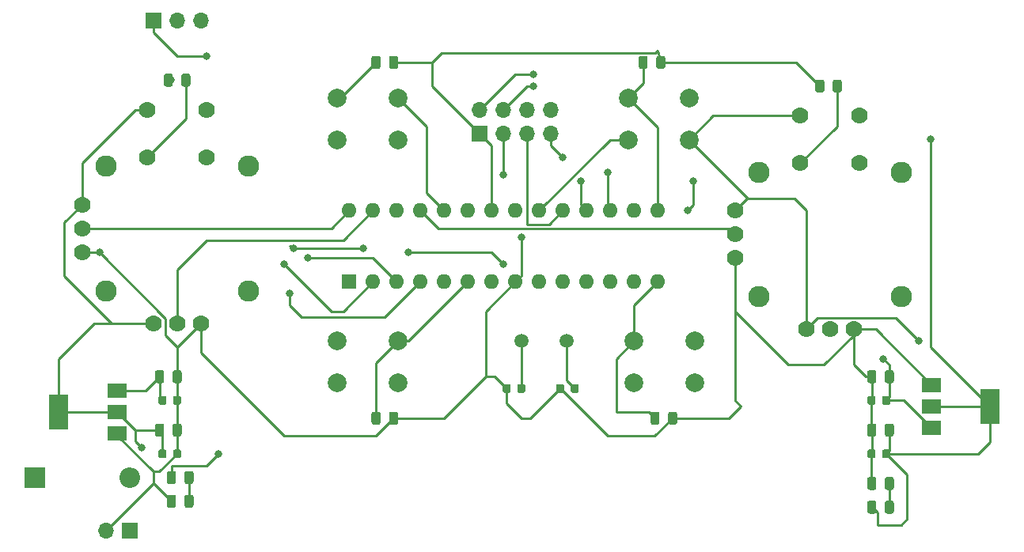
<source format=gtl>
%TF.GenerationSoftware,KiCad,Pcbnew,(5.1.6)-1*%
%TF.CreationDate,2021-01-04T14:37:21+05:30*%
%TF.ProjectId,JoyStick2,4a6f7953-7469-4636-9b32-2e6b69636164,rev?*%
%TF.SameCoordinates,Original*%
%TF.FileFunction,Copper,L1,Top*%
%TF.FilePolarity,Positive*%
%FSLAX46Y46*%
G04 Gerber Fmt 4.6, Leading zero omitted, Abs format (unit mm)*
G04 Created by KiCad (PCBNEW (5.1.6)-1) date 2021-01-04 14:37:21*
%MOMM*%
%LPD*%
G01*
G04 APERTURE LIST*
%TA.AperFunction,ComponentPad*%
%ADD10R,1.700000X1.700000*%
%TD*%
%TA.AperFunction,ComponentPad*%
%ADD11O,1.700000X1.700000*%
%TD*%
%TA.AperFunction,ComponentPad*%
%ADD12R,1.600000X1.600000*%
%TD*%
%TA.AperFunction,ComponentPad*%
%ADD13O,1.600000X1.600000*%
%TD*%
%TA.AperFunction,ComponentPad*%
%ADD14C,1.500000*%
%TD*%
%TA.AperFunction,ComponentPad*%
%ADD15C,1.778000*%
%TD*%
%TA.AperFunction,ComponentPad*%
%ADD16C,2.286000*%
%TD*%
%TA.AperFunction,ComponentPad*%
%ADD17R,2.200000X2.200000*%
%TD*%
%TA.AperFunction,ComponentPad*%
%ADD18O,2.200000X2.200000*%
%TD*%
%TA.AperFunction,SMDPad,CuDef*%
%ADD19R,2.000000X1.500000*%
%TD*%
%TA.AperFunction,SMDPad,CuDef*%
%ADD20R,2.000000X3.800000*%
%TD*%
%TA.AperFunction,ComponentPad*%
%ADD21C,2.000000*%
%TD*%
%TA.AperFunction,ViaPad*%
%ADD22C,0.800000*%
%TD*%
%TA.AperFunction,Conductor*%
%ADD23C,0.250000*%
%TD*%
G04 APERTURE END LIST*
D10*
%TO.P,J3,1*%
%TO.N,GND*%
X115570000Y-80645000D03*
D11*
%TO.P,J3,2*%
%TO.N,+3V3*%
X115570000Y-78105000D03*
%TO.P,J3,3*%
%TO.N,CE*%
X118110000Y-80645000D03*
%TO.P,J3,4*%
%TO.N,CSN*%
X118110000Y-78105000D03*
%TO.P,J3,5*%
%TO.N,SCK*%
X120650000Y-80645000D03*
%TO.P,J3,6*%
%TO.N,MOSI*%
X120650000Y-78105000D03*
%TO.P,J3,7*%
%TO.N,MISO*%
X123190000Y-80645000D03*
%TO.P,J3,8*%
%TO.N,IRQ*%
X123190000Y-78105000D03*
%TD*%
D12*
%TO.P,U1,1*%
%TO.N,RST*%
X101600000Y-96520000D03*
D13*
%TO.P,U1,15*%
%TO.N,Z-MINUS*%
X134620000Y-88900000D03*
%TO.P,U1,2*%
%TO.N,RX*%
X104140000Y-96520000D03*
%TO.P,U1,16*%
%TO.N,Net-(U1-Pad16)*%
X132080000Y-88900000D03*
%TO.P,U1,3*%
%TO.N,TX*%
X106680000Y-96520000D03*
%TO.P,U1,17*%
%TO.N,MOSI*%
X129540000Y-88900000D03*
%TO.P,U1,4*%
%TO.N,SW1*%
X109220000Y-96520000D03*
%TO.P,U1,18*%
%TO.N,MISO*%
X127000000Y-88900000D03*
%TO.P,U1,5*%
%TO.N,SW2*%
X111760000Y-96520000D03*
%TO.P,U1,19*%
%TO.N,SCK*%
X124460000Y-88900000D03*
%TO.P,U1,6*%
%TO.N,HOME*%
X114300000Y-96520000D03*
%TO.P,U1,20*%
%TO.N,5V_IN*%
X121920000Y-88900000D03*
%TO.P,U1,7*%
X116840000Y-96520000D03*
%TO.P,U1,21*%
%TO.N,Net-(C3-Pad1)*%
X119380000Y-88900000D03*
%TO.P,U1,8*%
%TO.N,GND*%
X119380000Y-96520000D03*
%TO.P,U1,22*%
X116840000Y-88900000D03*
%TO.P,U1,9*%
%TO.N,/XTAL1*%
X121920000Y-96520000D03*
%TO.P,U1,23*%
%TO.N,Net-(U1-Pad23)*%
X114300000Y-88900000D03*
%TO.P,U1,10*%
%TO.N,/XTAL2*%
X124460000Y-96520000D03*
%TO.P,U1,24*%
%TO.N,Z-PLUS*%
X111760000Y-88900000D03*
%TO.P,U1,11*%
%TO.N,Net-(U1-Pad11)*%
X127000000Y-96520000D03*
%TO.P,U1,25*%
%TO.N,A_DIR*%
X109220000Y-88900000D03*
%TO.P,U1,12*%
%TO.N,CE*%
X129540000Y-96520000D03*
%TO.P,U1,26*%
%TO.N,B_DIR*%
X106680000Y-88900000D03*
%TO.P,U1,13*%
%TO.N,CSN*%
X132080000Y-96520000D03*
%TO.P,U1,27*%
%TO.N,Y_DIR*%
X104140000Y-88900000D03*
%TO.P,U1,14*%
%TO.N,CANCEL*%
X134620000Y-96520000D03*
%TO.P,U1,28*%
%TO.N,X_DIR*%
X101600000Y-88900000D03*
%TD*%
%TO.P,C4,2*%
%TO.N,GND*%
%TA.AperFunction,SMDPad,CuDef*%
G36*
G01*
X118877500Y-107693750D02*
X118877500Y-108206250D01*
G75*
G02*
X118658750Y-108425000I-218750J0D01*
G01*
X118221250Y-108425000D01*
G75*
G02*
X118002500Y-108206250I0J218750D01*
G01*
X118002500Y-107693750D01*
G75*
G02*
X118221250Y-107475000I218750J0D01*
G01*
X118658750Y-107475000D01*
G75*
G02*
X118877500Y-107693750I0J-218750D01*
G01*
G37*
%TD.AperFunction*%
%TO.P,C4,1*%
%TO.N,/XTAL1*%
%TA.AperFunction,SMDPad,CuDef*%
G36*
G01*
X120452500Y-107693750D02*
X120452500Y-108206250D01*
G75*
G02*
X120233750Y-108425000I-218750J0D01*
G01*
X119796250Y-108425000D01*
G75*
G02*
X119577500Y-108206250I0J218750D01*
G01*
X119577500Y-107693750D01*
G75*
G02*
X119796250Y-107475000I218750J0D01*
G01*
X120233750Y-107475000D01*
G75*
G02*
X120452500Y-107693750I0J-218750D01*
G01*
G37*
%TD.AperFunction*%
%TD*%
%TO.P,C5,1*%
%TO.N,/XTAL2*%
%TA.AperFunction,SMDPad,CuDef*%
G36*
G01*
X126167500Y-107693750D02*
X126167500Y-108206250D01*
G75*
G02*
X125948750Y-108425000I-218750J0D01*
G01*
X125511250Y-108425000D01*
G75*
G02*
X125292500Y-108206250I0J218750D01*
G01*
X125292500Y-107693750D01*
G75*
G02*
X125511250Y-107475000I218750J0D01*
G01*
X125948750Y-107475000D01*
G75*
G02*
X126167500Y-107693750I0J-218750D01*
G01*
G37*
%TD.AperFunction*%
%TO.P,C5,2*%
%TO.N,GND*%
%TA.AperFunction,SMDPad,CuDef*%
G36*
G01*
X124592500Y-107693750D02*
X124592500Y-108206250D01*
G75*
G02*
X124373750Y-108425000I-218750J0D01*
G01*
X123936250Y-108425000D01*
G75*
G02*
X123717500Y-108206250I0J218750D01*
G01*
X123717500Y-107693750D01*
G75*
G02*
X123936250Y-107475000I218750J0D01*
G01*
X124373750Y-107475000D01*
G75*
G02*
X124592500Y-107693750I0J-218750D01*
G01*
G37*
%TD.AperFunction*%
%TD*%
D14*
%TO.P,Y1,1*%
%TO.N,/XTAL1*%
X120015000Y-102870000D03*
%TO.P,Y1,2*%
%TO.N,/XTAL2*%
X124895000Y-102870000D03*
%TD*%
D15*
%TO.P,U2,V3*%
%TO.N,GND*%
X73025000Y-93345000D03*
%TO.P,U2,V2*%
%TO.N,X_DIR*%
X73025000Y-90805000D03*
%TO.P,U2,V1*%
%TO.N,5V_IN*%
X73025000Y-88265000D03*
D16*
%TO.P,U2,S4*%
%TO.N,Net-(U2-PadS1)*%
X90805000Y-84137500D03*
%TO.P,U2,S3*%
X90805000Y-97472500D03*
%TO.P,U2,S2*%
X75565000Y-97472500D03*
%TO.P,U2,S1*%
X75565000Y-84137500D03*
D15*
%TO.P,U2,H3*%
%TO.N,GND*%
X85725000Y-100965000D03*
%TO.P,U2,H2*%
%TO.N,Y_DIR*%
X83185000Y-100965000D03*
%TO.P,U2,H1*%
%TO.N,5V_IN*%
X80645000Y-100965000D03*
%TO.P,U2,B2B*%
%TO.N,N/C*%
X86360000Y-83185000D03*
%TO.P,U2,B2A*%
%TO.N,SW1*%
X80010000Y-83185000D03*
%TO.P,U2,B1B*%
%TO.N,N/C*%
X86360000Y-78105000D03*
%TO.P,U2,B1A*%
%TO.N,5V_IN*%
X80010000Y-78105000D03*
%TD*%
%TO.P,U3,B1A*%
%TO.N,5V_IN*%
X149860000Y-78740000D03*
%TO.P,U3,B1B*%
%TO.N,N/C*%
X156210000Y-78740000D03*
%TO.P,U3,B2A*%
%TO.N,SW2*%
X149860000Y-83820000D03*
%TO.P,U3,B2B*%
%TO.N,N/C*%
X156210000Y-83820000D03*
%TO.P,U3,H1*%
%TO.N,5V_IN*%
X150495000Y-101600000D03*
%TO.P,U3,H2*%
%TO.N,B_DIR*%
X153035000Y-101600000D03*
%TO.P,U3,H3*%
%TO.N,GND*%
X155575000Y-101600000D03*
D16*
%TO.P,U3,S1*%
%TO.N,Net-(U3-PadS1)*%
X145415000Y-84772500D03*
%TO.P,U3,S2*%
X145415000Y-98107500D03*
%TO.P,U3,S3*%
X160655000Y-98107500D03*
%TO.P,U3,S4*%
X160655000Y-84772500D03*
D15*
%TO.P,U3,V1*%
%TO.N,5V_IN*%
X142875000Y-88900000D03*
%TO.P,U3,V2*%
%TO.N,A_DIR*%
X142875000Y-91440000D03*
%TO.P,U3,V3*%
%TO.N,GND*%
X142875000Y-93980000D03*
%TD*%
%TO.P,C6,1*%
%TO.N,+9V*%
%TA.AperFunction,SMDPad,CuDef*%
G36*
G01*
X80822500Y-107136250D02*
X80822500Y-106223750D01*
G75*
G02*
X81066250Y-105980000I243750J0D01*
G01*
X81553750Y-105980000D01*
G75*
G02*
X81797500Y-106223750I0J-243750D01*
G01*
X81797500Y-107136250D01*
G75*
G02*
X81553750Y-107380000I-243750J0D01*
G01*
X81066250Y-107380000D01*
G75*
G02*
X80822500Y-107136250I0J243750D01*
G01*
G37*
%TD.AperFunction*%
%TO.P,C6,2*%
%TO.N,GND*%
%TA.AperFunction,SMDPad,CuDef*%
G36*
G01*
X82697500Y-107136250D02*
X82697500Y-106223750D01*
G75*
G02*
X82941250Y-105980000I243750J0D01*
G01*
X83428750Y-105980000D01*
G75*
G02*
X83672500Y-106223750I0J-243750D01*
G01*
X83672500Y-107136250D01*
G75*
G02*
X83428750Y-107380000I-243750J0D01*
G01*
X82941250Y-107380000D01*
G75*
G02*
X82697500Y-107136250I0J243750D01*
G01*
G37*
%TD.AperFunction*%
%TD*%
%TO.P,C7,2*%
%TO.N,GND*%
%TA.AperFunction,SMDPad,CuDef*%
G36*
G01*
X157997500Y-106223750D02*
X157997500Y-107136250D01*
G75*
G02*
X157753750Y-107380000I-243750J0D01*
G01*
X157266250Y-107380000D01*
G75*
G02*
X157022500Y-107136250I0J243750D01*
G01*
X157022500Y-106223750D01*
G75*
G02*
X157266250Y-105980000I243750J0D01*
G01*
X157753750Y-105980000D01*
G75*
G02*
X157997500Y-106223750I0J-243750D01*
G01*
G37*
%TD.AperFunction*%
%TO.P,C7,1*%
%TO.N,5V_IN*%
%TA.AperFunction,SMDPad,CuDef*%
G36*
G01*
X159872500Y-106223750D02*
X159872500Y-107136250D01*
G75*
G02*
X159628750Y-107380000I-243750J0D01*
G01*
X159141250Y-107380000D01*
G75*
G02*
X158897500Y-107136250I0J243750D01*
G01*
X158897500Y-106223750D01*
G75*
G02*
X159141250Y-105980000I243750J0D01*
G01*
X159628750Y-105980000D01*
G75*
G02*
X159872500Y-106223750I0J-243750D01*
G01*
G37*
%TD.AperFunction*%
%TD*%
%TO.P,C8,2*%
%TO.N,GND*%
%TA.AperFunction,SMDPad,CuDef*%
G36*
G01*
X82747500Y-109476250D02*
X82747500Y-108963750D01*
G75*
G02*
X82966250Y-108745000I218750J0D01*
G01*
X83403750Y-108745000D01*
G75*
G02*
X83622500Y-108963750I0J-218750D01*
G01*
X83622500Y-109476250D01*
G75*
G02*
X83403750Y-109695000I-218750J0D01*
G01*
X82966250Y-109695000D01*
G75*
G02*
X82747500Y-109476250I0J218750D01*
G01*
G37*
%TD.AperFunction*%
%TO.P,C8,1*%
%TO.N,+9V*%
%TA.AperFunction,SMDPad,CuDef*%
G36*
G01*
X81172500Y-109476250D02*
X81172500Y-108963750D01*
G75*
G02*
X81391250Y-108745000I218750J0D01*
G01*
X81828750Y-108745000D01*
G75*
G02*
X82047500Y-108963750I0J-218750D01*
G01*
X82047500Y-109476250D01*
G75*
G02*
X81828750Y-109695000I-218750J0D01*
G01*
X81391250Y-109695000D01*
G75*
G02*
X81172500Y-109476250I0J218750D01*
G01*
G37*
%TD.AperFunction*%
%TD*%
%TO.P,C9,2*%
%TO.N,GND*%
%TA.AperFunction,SMDPad,CuDef*%
G36*
G01*
X157917500Y-108963750D02*
X157917500Y-109476250D01*
G75*
G02*
X157698750Y-109695000I-218750J0D01*
G01*
X157261250Y-109695000D01*
G75*
G02*
X157042500Y-109476250I0J218750D01*
G01*
X157042500Y-108963750D01*
G75*
G02*
X157261250Y-108745000I218750J0D01*
G01*
X157698750Y-108745000D01*
G75*
G02*
X157917500Y-108963750I0J-218750D01*
G01*
G37*
%TD.AperFunction*%
%TO.P,C9,1*%
%TO.N,5V_IN*%
%TA.AperFunction,SMDPad,CuDef*%
G36*
G01*
X159492500Y-108963750D02*
X159492500Y-109476250D01*
G75*
G02*
X159273750Y-109695000I-218750J0D01*
G01*
X158836250Y-109695000D01*
G75*
G02*
X158617500Y-109476250I0J218750D01*
G01*
X158617500Y-108963750D01*
G75*
G02*
X158836250Y-108745000I218750J0D01*
G01*
X159273750Y-108745000D01*
G75*
G02*
X159492500Y-108963750I0J-218750D01*
G01*
G37*
%TD.AperFunction*%
%TD*%
%TO.P,C10,2*%
%TO.N,GND*%
%TA.AperFunction,SMDPad,CuDef*%
G36*
G01*
X82697500Y-112851250D02*
X82697500Y-111938750D01*
G75*
G02*
X82941250Y-111695000I243750J0D01*
G01*
X83428750Y-111695000D01*
G75*
G02*
X83672500Y-111938750I0J-243750D01*
G01*
X83672500Y-112851250D01*
G75*
G02*
X83428750Y-113095000I-243750J0D01*
G01*
X82941250Y-113095000D01*
G75*
G02*
X82697500Y-112851250I0J243750D01*
G01*
G37*
%TD.AperFunction*%
%TO.P,C10,1*%
%TO.N,5V_IN*%
%TA.AperFunction,SMDPad,CuDef*%
G36*
G01*
X80822500Y-112851250D02*
X80822500Y-111938750D01*
G75*
G02*
X81066250Y-111695000I243750J0D01*
G01*
X81553750Y-111695000D01*
G75*
G02*
X81797500Y-111938750I0J-243750D01*
G01*
X81797500Y-112851250D01*
G75*
G02*
X81553750Y-113095000I-243750J0D01*
G01*
X81066250Y-113095000D01*
G75*
G02*
X80822500Y-112851250I0J243750D01*
G01*
G37*
%TD.AperFunction*%
%TD*%
%TO.P,C11,1*%
%TO.N,+3V3*%
%TA.AperFunction,SMDPad,CuDef*%
G36*
G01*
X159872500Y-111938750D02*
X159872500Y-112851250D01*
G75*
G02*
X159628750Y-113095000I-243750J0D01*
G01*
X159141250Y-113095000D01*
G75*
G02*
X158897500Y-112851250I0J243750D01*
G01*
X158897500Y-111938750D01*
G75*
G02*
X159141250Y-111695000I243750J0D01*
G01*
X159628750Y-111695000D01*
G75*
G02*
X159872500Y-111938750I0J-243750D01*
G01*
G37*
%TD.AperFunction*%
%TO.P,C11,2*%
%TO.N,GND*%
%TA.AperFunction,SMDPad,CuDef*%
G36*
G01*
X157997500Y-111938750D02*
X157997500Y-112851250D01*
G75*
G02*
X157753750Y-113095000I-243750J0D01*
G01*
X157266250Y-113095000D01*
G75*
G02*
X157022500Y-112851250I0J243750D01*
G01*
X157022500Y-111938750D01*
G75*
G02*
X157266250Y-111695000I243750J0D01*
G01*
X157753750Y-111695000D01*
G75*
G02*
X157997500Y-111938750I0J-243750D01*
G01*
G37*
%TD.AperFunction*%
%TD*%
%TO.P,C12,1*%
%TO.N,5V_IN*%
%TA.AperFunction,SMDPad,CuDef*%
G36*
G01*
X81172500Y-115191250D02*
X81172500Y-114678750D01*
G75*
G02*
X81391250Y-114460000I218750J0D01*
G01*
X81828750Y-114460000D01*
G75*
G02*
X82047500Y-114678750I0J-218750D01*
G01*
X82047500Y-115191250D01*
G75*
G02*
X81828750Y-115410000I-218750J0D01*
G01*
X81391250Y-115410000D01*
G75*
G02*
X81172500Y-115191250I0J218750D01*
G01*
G37*
%TD.AperFunction*%
%TO.P,C12,2*%
%TO.N,GND*%
%TA.AperFunction,SMDPad,CuDef*%
G36*
G01*
X82747500Y-115191250D02*
X82747500Y-114678750D01*
G75*
G02*
X82966250Y-114460000I218750J0D01*
G01*
X83403750Y-114460000D01*
G75*
G02*
X83622500Y-114678750I0J-218750D01*
G01*
X83622500Y-115191250D01*
G75*
G02*
X83403750Y-115410000I-218750J0D01*
G01*
X82966250Y-115410000D01*
G75*
G02*
X82747500Y-115191250I0J218750D01*
G01*
G37*
%TD.AperFunction*%
%TD*%
%TO.P,C13,1*%
%TO.N,+3V3*%
%TA.AperFunction,SMDPad,CuDef*%
G36*
G01*
X159492500Y-114678750D02*
X159492500Y-115191250D01*
G75*
G02*
X159273750Y-115410000I-218750J0D01*
G01*
X158836250Y-115410000D01*
G75*
G02*
X158617500Y-115191250I0J218750D01*
G01*
X158617500Y-114678750D01*
G75*
G02*
X158836250Y-114460000I218750J0D01*
G01*
X159273750Y-114460000D01*
G75*
G02*
X159492500Y-114678750I0J-218750D01*
G01*
G37*
%TD.AperFunction*%
%TO.P,C13,2*%
%TO.N,GND*%
%TA.AperFunction,SMDPad,CuDef*%
G36*
G01*
X157917500Y-114678750D02*
X157917500Y-115191250D01*
G75*
G02*
X157698750Y-115410000I-218750J0D01*
G01*
X157261250Y-115410000D01*
G75*
G02*
X157042500Y-115191250I0J218750D01*
G01*
X157042500Y-114678750D01*
G75*
G02*
X157261250Y-114460000I218750J0D01*
G01*
X157698750Y-114460000D01*
G75*
G02*
X157917500Y-114678750I0J-218750D01*
G01*
G37*
%TD.AperFunction*%
%TD*%
D17*
%TO.P,D1,1*%
%TO.N,+9V*%
X67945000Y-117475000D03*
D18*
%TO.P,D1,2*%
%TO.N,Net-(D1-Pad2)*%
X78105000Y-117475000D03*
%TD*%
D10*
%TO.P,J1,1*%
%TO.N,Net-(D1-Pad2)*%
X78105000Y-123190000D03*
D11*
%TO.P,J1,2*%
%TO.N,GND*%
X75565000Y-123190000D03*
%TD*%
D19*
%TO.P,U4,1*%
%TO.N,GND*%
X76785000Y-112790000D03*
%TO.P,U4,3*%
%TO.N,+9V*%
X76785000Y-108190000D03*
%TO.P,U4,2*%
%TO.N,5V_IN*%
X76785000Y-110490000D03*
D20*
X70485000Y-110490000D03*
%TD*%
%TO.P,U5,2*%
%TO.N,+3V3*%
X170180000Y-109855000D03*
D19*
X163880000Y-109855000D03*
%TO.P,U5,3*%
%TO.N,5V_IN*%
X163880000Y-112155000D03*
%TO.P,U5,1*%
%TO.N,GND*%
X163880000Y-107555000D03*
%TD*%
%TO.P,R2,1*%
%TO.N,GND*%
%TA.AperFunction,SMDPad,CuDef*%
G36*
G01*
X151457500Y-76021250D02*
X151457500Y-75108750D01*
G75*
G02*
X151701250Y-74865000I243750J0D01*
G01*
X152188750Y-74865000D01*
G75*
G02*
X152432500Y-75108750I0J-243750D01*
G01*
X152432500Y-76021250D01*
G75*
G02*
X152188750Y-76265000I-243750J0D01*
G01*
X151701250Y-76265000D01*
G75*
G02*
X151457500Y-76021250I0J243750D01*
G01*
G37*
%TD.AperFunction*%
%TO.P,R2,2*%
%TO.N,SW2*%
%TA.AperFunction,SMDPad,CuDef*%
G36*
G01*
X153332500Y-76021250D02*
X153332500Y-75108750D01*
G75*
G02*
X153576250Y-74865000I243750J0D01*
G01*
X154063750Y-74865000D01*
G75*
G02*
X154307500Y-75108750I0J-243750D01*
G01*
X154307500Y-76021250D01*
G75*
G02*
X154063750Y-76265000I-243750J0D01*
G01*
X153576250Y-76265000D01*
G75*
G02*
X153332500Y-76021250I0J243750D01*
G01*
G37*
%TD.AperFunction*%
%TD*%
%TO.P,R3,2*%
%TO.N,SW1*%
%TA.AperFunction,SMDPad,CuDef*%
G36*
G01*
X83635000Y-75386250D02*
X83635000Y-74473750D01*
G75*
G02*
X83878750Y-74230000I243750J0D01*
G01*
X84366250Y-74230000D01*
G75*
G02*
X84610000Y-74473750I0J-243750D01*
G01*
X84610000Y-75386250D01*
G75*
G02*
X84366250Y-75630000I-243750J0D01*
G01*
X83878750Y-75630000D01*
G75*
G02*
X83635000Y-75386250I0J243750D01*
G01*
G37*
%TD.AperFunction*%
%TO.P,R3,1*%
%TO.N,GND*%
%TA.AperFunction,SMDPad,CuDef*%
G36*
G01*
X81760000Y-75386250D02*
X81760000Y-74473750D01*
G75*
G02*
X82003750Y-74230000I243750J0D01*
G01*
X82491250Y-74230000D01*
G75*
G02*
X82735000Y-74473750I0J-243750D01*
G01*
X82735000Y-75386250D01*
G75*
G02*
X82491250Y-75630000I-243750J0D01*
G01*
X82003750Y-75630000D01*
G75*
G02*
X81760000Y-75386250I0J243750D01*
G01*
G37*
%TD.AperFunction*%
%TD*%
%TO.P,R4,2*%
%TO.N,GND*%
%TA.AperFunction,SMDPad,CuDef*%
G36*
G01*
X105860000Y-73481250D02*
X105860000Y-72568750D01*
G75*
G02*
X106103750Y-72325000I243750J0D01*
G01*
X106591250Y-72325000D01*
G75*
G02*
X106835000Y-72568750I0J-243750D01*
G01*
X106835000Y-73481250D01*
G75*
G02*
X106591250Y-73725000I-243750J0D01*
G01*
X106103750Y-73725000D01*
G75*
G02*
X105860000Y-73481250I0J243750D01*
G01*
G37*
%TD.AperFunction*%
%TO.P,R4,1*%
%TO.N,Z-PLUS*%
%TA.AperFunction,SMDPad,CuDef*%
G36*
G01*
X103985000Y-73481250D02*
X103985000Y-72568750D01*
G75*
G02*
X104228750Y-72325000I243750J0D01*
G01*
X104716250Y-72325000D01*
G75*
G02*
X104960000Y-72568750I0J-243750D01*
G01*
X104960000Y-73481250D01*
G75*
G02*
X104716250Y-73725000I-243750J0D01*
G01*
X104228750Y-73725000D01*
G75*
G02*
X103985000Y-73481250I0J243750D01*
G01*
G37*
%TD.AperFunction*%
%TD*%
%TO.P,R5,1*%
%TO.N,Z-MINUS*%
%TA.AperFunction,SMDPad,CuDef*%
G36*
G01*
X132560000Y-73481250D02*
X132560000Y-72568750D01*
G75*
G02*
X132803750Y-72325000I243750J0D01*
G01*
X133291250Y-72325000D01*
G75*
G02*
X133535000Y-72568750I0J-243750D01*
G01*
X133535000Y-73481250D01*
G75*
G02*
X133291250Y-73725000I-243750J0D01*
G01*
X132803750Y-73725000D01*
G75*
G02*
X132560000Y-73481250I0J243750D01*
G01*
G37*
%TD.AperFunction*%
%TO.P,R5,2*%
%TO.N,GND*%
%TA.AperFunction,SMDPad,CuDef*%
G36*
G01*
X134435000Y-73481250D02*
X134435000Y-72568750D01*
G75*
G02*
X134678750Y-72325000I243750J0D01*
G01*
X135166250Y-72325000D01*
G75*
G02*
X135410000Y-72568750I0J-243750D01*
G01*
X135410000Y-73481250D01*
G75*
G02*
X135166250Y-73725000I-243750J0D01*
G01*
X134678750Y-73725000D01*
G75*
G02*
X134435000Y-73481250I0J243750D01*
G01*
G37*
%TD.AperFunction*%
%TD*%
%TO.P,R6,1*%
%TO.N,HOME*%
%TA.AperFunction,SMDPad,CuDef*%
G36*
G01*
X103985000Y-111581250D02*
X103985000Y-110668750D01*
G75*
G02*
X104228750Y-110425000I243750J0D01*
G01*
X104716250Y-110425000D01*
G75*
G02*
X104960000Y-110668750I0J-243750D01*
G01*
X104960000Y-111581250D01*
G75*
G02*
X104716250Y-111825000I-243750J0D01*
G01*
X104228750Y-111825000D01*
G75*
G02*
X103985000Y-111581250I0J243750D01*
G01*
G37*
%TD.AperFunction*%
%TO.P,R6,2*%
%TO.N,GND*%
%TA.AperFunction,SMDPad,CuDef*%
G36*
G01*
X105860000Y-111581250D02*
X105860000Y-110668750D01*
G75*
G02*
X106103750Y-110425000I243750J0D01*
G01*
X106591250Y-110425000D01*
G75*
G02*
X106835000Y-110668750I0J-243750D01*
G01*
X106835000Y-111581250D01*
G75*
G02*
X106591250Y-111825000I-243750J0D01*
G01*
X106103750Y-111825000D01*
G75*
G02*
X105860000Y-111581250I0J243750D01*
G01*
G37*
%TD.AperFunction*%
%TD*%
%TO.P,R7,2*%
%TO.N,GND*%
%TA.AperFunction,SMDPad,CuDef*%
G36*
G01*
X135705000Y-111581250D02*
X135705000Y-110668750D01*
G75*
G02*
X135948750Y-110425000I243750J0D01*
G01*
X136436250Y-110425000D01*
G75*
G02*
X136680000Y-110668750I0J-243750D01*
G01*
X136680000Y-111581250D01*
G75*
G02*
X136436250Y-111825000I-243750J0D01*
G01*
X135948750Y-111825000D01*
G75*
G02*
X135705000Y-111581250I0J243750D01*
G01*
G37*
%TD.AperFunction*%
%TO.P,R7,1*%
%TO.N,CANCEL*%
%TA.AperFunction,SMDPad,CuDef*%
G36*
G01*
X133830000Y-111581250D02*
X133830000Y-110668750D01*
G75*
G02*
X134073750Y-110425000I243750J0D01*
G01*
X134561250Y-110425000D01*
G75*
G02*
X134805000Y-110668750I0J-243750D01*
G01*
X134805000Y-111581250D01*
G75*
G02*
X134561250Y-111825000I-243750J0D01*
G01*
X134073750Y-111825000D01*
G75*
G02*
X133830000Y-111581250I0J243750D01*
G01*
G37*
%TD.AperFunction*%
%TD*%
D21*
%TO.P,SW1,2*%
%TO.N,5V_IN*%
X100330000Y-81335000D03*
%TO.P,SW1,1*%
%TO.N,Z-PLUS*%
X100330000Y-76835000D03*
%TO.P,SW1,2*%
%TO.N,5V_IN*%
X106830000Y-81335000D03*
%TO.P,SW1,1*%
%TO.N,Z-PLUS*%
X106830000Y-76835000D03*
%TD*%
%TO.P,SW2,1*%
%TO.N,HOME*%
X106830000Y-102870000D03*
%TO.P,SW2,2*%
%TO.N,5V_IN*%
X106830000Y-107370000D03*
%TO.P,SW2,1*%
%TO.N,HOME*%
X100330000Y-102870000D03*
%TO.P,SW2,2*%
%TO.N,5V_IN*%
X100330000Y-107370000D03*
%TD*%
%TO.P,SW3,2*%
%TO.N,5V_IN*%
X131445000Y-81335000D03*
%TO.P,SW3,1*%
%TO.N,Z-MINUS*%
X131445000Y-76835000D03*
%TO.P,SW3,2*%
%TO.N,5V_IN*%
X137945000Y-81335000D03*
%TO.P,SW3,1*%
%TO.N,Z-MINUS*%
X137945000Y-76835000D03*
%TD*%
%TO.P,SW4,1*%
%TO.N,CANCEL*%
X138580000Y-102870000D03*
%TO.P,SW4,2*%
%TO.N,5V_IN*%
X138580000Y-107370000D03*
%TO.P,SW4,1*%
%TO.N,CANCEL*%
X132080000Y-102870000D03*
%TO.P,SW4,2*%
%TO.N,5V_IN*%
X132080000Y-107370000D03*
%TD*%
D10*
%TO.P,J2,1*%
%TO.N,RST*%
X80645000Y-68580000D03*
D11*
%TO.P,J2,2*%
%TO.N,TX*%
X83185000Y-68580000D03*
%TO.P,J2,3*%
%TO.N,RX*%
X85725000Y-68580000D03*
%TD*%
%TO.P,D2,1*%
%TO.N,GND*%
%TA.AperFunction,SMDPad,CuDef*%
G36*
G01*
X82092500Y-120471250D02*
X82092500Y-119558750D01*
G75*
G02*
X82336250Y-119315000I243750J0D01*
G01*
X82823750Y-119315000D01*
G75*
G02*
X83067500Y-119558750I0J-243750D01*
G01*
X83067500Y-120471250D01*
G75*
G02*
X82823750Y-120715000I-243750J0D01*
G01*
X82336250Y-120715000D01*
G75*
G02*
X82092500Y-120471250I0J243750D01*
G01*
G37*
%TD.AperFunction*%
%TO.P,D2,2*%
%TO.N,Net-(D2-Pad2)*%
%TA.AperFunction,SMDPad,CuDef*%
G36*
G01*
X83967500Y-120471250D02*
X83967500Y-119558750D01*
G75*
G02*
X84211250Y-119315000I243750J0D01*
G01*
X84698750Y-119315000D01*
G75*
G02*
X84942500Y-119558750I0J-243750D01*
G01*
X84942500Y-120471250D01*
G75*
G02*
X84698750Y-120715000I-243750J0D01*
G01*
X84211250Y-120715000D01*
G75*
G02*
X83967500Y-120471250I0J243750D01*
G01*
G37*
%TD.AperFunction*%
%TD*%
%TO.P,D3,2*%
%TO.N,Net-(D3-Pad2)*%
%TA.AperFunction,SMDPad,CuDef*%
G36*
G01*
X158897500Y-118566250D02*
X158897500Y-117653750D01*
G75*
G02*
X159141250Y-117410000I243750J0D01*
G01*
X159628750Y-117410000D01*
G75*
G02*
X159872500Y-117653750I0J-243750D01*
G01*
X159872500Y-118566250D01*
G75*
G02*
X159628750Y-118810000I-243750J0D01*
G01*
X159141250Y-118810000D01*
G75*
G02*
X158897500Y-118566250I0J243750D01*
G01*
G37*
%TD.AperFunction*%
%TO.P,D3,1*%
%TO.N,GND*%
%TA.AperFunction,SMDPad,CuDef*%
G36*
G01*
X157022500Y-118566250D02*
X157022500Y-117653750D01*
G75*
G02*
X157266250Y-117410000I243750J0D01*
G01*
X157753750Y-117410000D01*
G75*
G02*
X157997500Y-117653750I0J-243750D01*
G01*
X157997500Y-118566250D01*
G75*
G02*
X157753750Y-118810000I-243750J0D01*
G01*
X157266250Y-118810000D01*
G75*
G02*
X157022500Y-118566250I0J243750D01*
G01*
G37*
%TD.AperFunction*%
%TD*%
%TO.P,R8,2*%
%TO.N,Net-(D2-Pad2)*%
%TA.AperFunction,SMDPad,CuDef*%
G36*
G01*
X83967500Y-117931250D02*
X83967500Y-117018750D01*
G75*
G02*
X84211250Y-116775000I243750J0D01*
G01*
X84698750Y-116775000D01*
G75*
G02*
X84942500Y-117018750I0J-243750D01*
G01*
X84942500Y-117931250D01*
G75*
G02*
X84698750Y-118175000I-243750J0D01*
G01*
X84211250Y-118175000D01*
G75*
G02*
X83967500Y-117931250I0J243750D01*
G01*
G37*
%TD.AperFunction*%
%TO.P,R8,1*%
%TO.N,5V_IN*%
%TA.AperFunction,SMDPad,CuDef*%
G36*
G01*
X82092500Y-117931250D02*
X82092500Y-117018750D01*
G75*
G02*
X82336250Y-116775000I243750J0D01*
G01*
X82823750Y-116775000D01*
G75*
G02*
X83067500Y-117018750I0J-243750D01*
G01*
X83067500Y-117931250D01*
G75*
G02*
X82823750Y-118175000I-243750J0D01*
G01*
X82336250Y-118175000D01*
G75*
G02*
X82092500Y-117931250I0J243750D01*
G01*
G37*
%TD.AperFunction*%
%TD*%
%TO.P,R9,1*%
%TO.N,+3V3*%
%TA.AperFunction,SMDPad,CuDef*%
G36*
G01*
X157022500Y-121106250D02*
X157022500Y-120193750D01*
G75*
G02*
X157266250Y-119950000I243750J0D01*
G01*
X157753750Y-119950000D01*
G75*
G02*
X157997500Y-120193750I0J-243750D01*
G01*
X157997500Y-121106250D01*
G75*
G02*
X157753750Y-121350000I-243750J0D01*
G01*
X157266250Y-121350000D01*
G75*
G02*
X157022500Y-121106250I0J243750D01*
G01*
G37*
%TD.AperFunction*%
%TO.P,R9,2*%
%TO.N,Net-(D3-Pad2)*%
%TA.AperFunction,SMDPad,CuDef*%
G36*
G01*
X158897500Y-121106250D02*
X158897500Y-120193750D01*
G75*
G02*
X159141250Y-119950000I243750J0D01*
G01*
X159628750Y-119950000D01*
G75*
G02*
X159872500Y-120193750I0J-243750D01*
G01*
X159872500Y-121106250D01*
G75*
G02*
X159628750Y-121350000I-243750J0D01*
G01*
X159141250Y-121350000D01*
G75*
G02*
X158897500Y-121106250I0J243750D01*
G01*
G37*
%TD.AperFunction*%
%TD*%
D22*
%TO.N,GND*%
X82550000Y-74930000D03*
X120015000Y-91770000D03*
X74875861Y-93399139D03*
%TO.N,SW1*%
X95250000Y-97790000D03*
%TO.N,5V_IN*%
X162560000Y-102870000D03*
X158750000Y-104775000D03*
X79375000Y-114300000D03*
X87630000Y-114935000D03*
%TO.N,+9V*%
X76785000Y-108190000D03*
%TO.N,+3V3*%
X121285000Y-74295000D03*
X163830000Y-81280000D03*
%TO.N,RST*%
X103111250Y-92951250D03*
X95643750Y-92951250D03*
X86360000Y-72390000D03*
%TO.N,TX*%
X97155000Y-93980000D03*
%TO.N,RX*%
X94615000Y-94615000D03*
%TO.N,CE*%
X118110000Y-85090000D03*
X107950000Y-93345000D03*
X118110000Y-94615000D03*
%TO.N,CSN*%
X121285000Y-75565000D03*
X138430000Y-85725000D03*
X137795000Y-88900000D03*
%TO.N,MOSI*%
X129222500Y-84772500D03*
%TO.N,MISO*%
X124460000Y-83185000D03*
X126365000Y-85725000D03*
%TD*%
D23*
%TO.N,GND*%
X119380000Y-96520000D02*
X116205000Y-99695000D01*
X116205000Y-99695000D02*
X116205000Y-106680000D01*
X117170000Y-106680000D02*
X118440000Y-107950000D01*
X116205000Y-106680000D02*
X117170000Y-106680000D01*
X118440000Y-107950000D02*
X118440000Y-109550000D01*
X118440000Y-109550000D02*
X120015000Y-111125000D01*
X120980000Y-111125000D02*
X124155000Y-107950000D01*
X120015000Y-111125000D02*
X120980000Y-111125000D01*
X120015000Y-95885000D02*
X119380000Y-96520000D01*
X120015000Y-91770000D02*
X120015000Y-95885000D01*
X111760000Y-111125000D02*
X116205000Y-106680000D01*
X106347500Y-111125000D02*
X111760000Y-111125000D01*
X124155000Y-107950000D02*
X129235000Y-113030000D01*
X134287500Y-113030000D02*
X136192500Y-111125000D01*
X129235000Y-113030000D02*
X134287500Y-113030000D01*
X106347500Y-73025000D02*
X110490000Y-73025000D01*
X83185000Y-106680000D02*
X83185000Y-109220000D01*
X83185000Y-103505000D02*
X85725000Y-100965000D01*
X83185000Y-106680000D02*
X83185000Y-103505000D01*
X83185000Y-103505000D02*
X81915000Y-102235000D01*
X74821722Y-93345000D02*
X73025000Y-93345000D01*
X81915000Y-100438278D02*
X74875861Y-93399139D01*
X81915000Y-102235000D02*
X81915000Y-100438278D01*
X94615000Y-113030000D02*
X104442500Y-113030000D01*
X85725000Y-100965000D02*
X85725000Y-104140000D01*
X104442500Y-113030000D02*
X106347500Y-111125000D01*
X85725000Y-104140000D02*
X94615000Y-113030000D01*
X83185000Y-109220000D02*
X83185000Y-112395000D01*
X83185000Y-112395000D02*
X83185000Y-114935000D01*
X76785000Y-112790000D02*
X76785000Y-112980000D01*
X76785000Y-112980000D02*
X80645000Y-116840000D01*
X81280000Y-116840000D02*
X83185000Y-114935000D01*
X80645000Y-116840000D02*
X81280000Y-116840000D01*
X80645000Y-118110000D02*
X80645000Y-116840000D01*
X75565000Y-123190000D02*
X80645000Y-118110000D01*
X74875861Y-93399139D02*
X74821722Y-93345000D01*
X149405000Y-73025000D02*
X151945000Y-75565000D01*
X134922500Y-73025000D02*
X149405000Y-73025000D01*
X142875000Y-93980000D02*
X142875000Y-99695000D01*
X142875000Y-99695000D02*
X148590000Y-105410000D01*
X148590000Y-105410000D02*
X152400000Y-105410000D01*
X155575000Y-102235000D02*
X155575000Y-101600000D01*
X152400000Y-105410000D02*
X155575000Y-102235000D01*
X142875000Y-100330000D02*
X142875000Y-99695000D01*
X136192500Y-111125000D02*
X142240000Y-111125000D01*
X142875000Y-109220000D02*
X142875000Y-100330000D01*
X143510000Y-109855000D02*
X142875000Y-109220000D01*
X142240000Y-111125000D02*
X143510000Y-109855000D01*
X157925000Y-101600000D02*
X163880000Y-107555000D01*
X155575000Y-101600000D02*
X157925000Y-101600000D01*
X155575000Y-101600000D02*
X155575000Y-105410000D01*
X156845000Y-106680000D02*
X157510000Y-106680000D01*
X155575000Y-105410000D02*
X156845000Y-106680000D01*
X157510000Y-109190000D02*
X157480000Y-109220000D01*
X157510000Y-106680000D02*
X157510000Y-109190000D01*
X157480000Y-112365000D02*
X157510000Y-112395000D01*
X157480000Y-109220000D02*
X157480000Y-112365000D01*
X157510000Y-112395000D02*
X157510000Y-114905000D01*
X157510000Y-114905000D02*
X157480000Y-114935000D01*
X116840000Y-81915000D02*
X115570000Y-80645000D01*
X116840000Y-88900000D02*
X116840000Y-81915000D01*
X110490000Y-75565000D02*
X115570000Y-80645000D01*
X110490000Y-73025000D02*
X110490000Y-75565000D01*
X111515010Y-71999990D02*
X110490000Y-73025000D01*
X134922500Y-73025000D02*
X134620000Y-71755000D01*
X134375010Y-71999990D02*
X134620000Y-71755000D01*
X111515010Y-71999990D02*
X134375010Y-71999990D01*
X80675000Y-118110000D02*
X82580000Y-120015000D01*
X80645000Y-118110000D02*
X80675000Y-118110000D01*
X157480000Y-118080000D02*
X157510000Y-118110000D01*
X157480000Y-114935000D02*
X157480000Y-118080000D01*
%TO.N,/XTAL1*%
X120015000Y-102870000D02*
X120015000Y-107950000D01*
%TO.N,/XTAL2*%
X124895000Y-107115000D02*
X125730000Y-107950000D01*
X124895000Y-102870000D02*
X124895000Y-107115000D01*
%TO.N,SW2*%
X153820000Y-79860000D02*
X149860000Y-83820000D01*
X153820000Y-75565000D02*
X153820000Y-79860000D01*
%TO.N,SW1*%
X84122500Y-74930000D02*
X84122500Y-79072500D01*
X84122500Y-79072500D02*
X80010000Y-83185000D01*
X95250000Y-97790000D02*
X95250000Y-99060000D01*
X95250000Y-99060000D02*
X96520000Y-100330000D01*
X96520000Y-100330000D02*
X105410000Y-100330000D01*
X105410000Y-100330000D02*
X109220000Y-96520000D01*
%TO.N,A_DIR*%
X109220000Y-88900000D02*
X111125000Y-90805000D01*
X142240000Y-90805000D02*
X142875000Y-91440000D01*
X111125000Y-90805000D02*
X142240000Y-90805000D01*
%TO.N,Y_DIR*%
X100965000Y-92075000D02*
X104140000Y-88900000D01*
X86360000Y-92075000D02*
X100965000Y-92075000D01*
X83185000Y-100965000D02*
X83185000Y-95250000D01*
X83185000Y-95250000D02*
X86360000Y-92075000D01*
%TO.N,X_DIR*%
X99695000Y-90805000D02*
X101600000Y-88900000D01*
X73025000Y-90805000D02*
X99695000Y-90805000D01*
%TO.N,5V_IN*%
X129485000Y-81335000D02*
X121920000Y-88900000D01*
X131445000Y-81335000D02*
X129485000Y-81335000D01*
X71120000Y-90170000D02*
X73025000Y-88265000D01*
X71120000Y-95885000D02*
X71120000Y-90170000D01*
X80645000Y-100965000D02*
X76200000Y-100965000D01*
X76200000Y-100965000D02*
X71120000Y-95885000D01*
X76200000Y-100965000D02*
X74295000Y-100965000D01*
X70485000Y-104775000D02*
X70485000Y-110490000D01*
X74295000Y-100965000D02*
X70485000Y-104775000D01*
X70485000Y-110490000D02*
X76785000Y-110490000D01*
X81610000Y-112695000D02*
X81310000Y-112395000D01*
X81610000Y-114935000D02*
X81610000Y-112695000D01*
X78690000Y-112395000D02*
X76785000Y-110490000D01*
X81310000Y-112395000D02*
X78690000Y-112395000D01*
X73025000Y-83832765D02*
X73025000Y-88265000D01*
X78752765Y-78105000D02*
X73025000Y-83832765D01*
X80010000Y-78105000D02*
X78752765Y-78105000D01*
X140540000Y-78740000D02*
X137945000Y-81335000D01*
X149860000Y-78740000D02*
X140540000Y-78740000D01*
X137945000Y-81335000D02*
X144240000Y-87630000D01*
X144240000Y-87630000D02*
X149225000Y-87630000D01*
X150495000Y-88900000D02*
X150495000Y-101600000D01*
X149225000Y-87630000D02*
X150495000Y-88900000D01*
X159385000Y-108890000D02*
X159055000Y-109220000D01*
X159385000Y-106680000D02*
X159385000Y-108890000D01*
X160945000Y-109220000D02*
X163880000Y-112155000D01*
X159055000Y-109220000D02*
X160945000Y-109220000D01*
X151709001Y-100385999D02*
X160075999Y-100385999D01*
X150495000Y-101600000D02*
X151709001Y-100385999D01*
X160075999Y-100385999D02*
X162560000Y-102870000D01*
X162560000Y-102870000D02*
X162560000Y-102870000D01*
X159385000Y-106680000D02*
X159385000Y-105410000D01*
X159385000Y-105410000D02*
X158750000Y-104775000D01*
X158750000Y-104775000D02*
X158750000Y-104775000D01*
X142875000Y-88900000D02*
X144145000Y-87630000D01*
X78690000Y-112395000D02*
X78690000Y-113615000D01*
X78690000Y-113615000D02*
X79375000Y-114300000D01*
X79375000Y-114300000D02*
X79375000Y-114300000D01*
X82580000Y-117475000D02*
X82580000Y-116235000D01*
X82580000Y-116235000D02*
X82610000Y-116205000D01*
X82580000Y-116235000D02*
X86330000Y-116235000D01*
X86330000Y-116235000D02*
X87630000Y-114935000D01*
X87630000Y-114935000D02*
X87630000Y-114935000D01*
%TO.N,+9V*%
X79800000Y-108190000D02*
X81310000Y-106680000D01*
X76785000Y-108190000D02*
X76785000Y-108190000D01*
X81310000Y-108920000D02*
X81610000Y-109220000D01*
X81310000Y-106680000D02*
X81310000Y-108920000D01*
X76785000Y-108190000D02*
X79800000Y-108190000D01*
%TO.N,+3V3*%
X170180000Y-109855000D02*
X163880000Y-109855000D01*
X170180000Y-109855000D02*
X170180000Y-113665000D01*
X168910000Y-114935000D02*
X159055000Y-114935000D01*
X170180000Y-113665000D02*
X168910000Y-114935000D01*
X159385000Y-114605000D02*
X159055000Y-114935000D01*
X159385000Y-112395000D02*
X159385000Y-114605000D01*
X115570000Y-78105000D02*
X119380000Y-74295000D01*
X119380000Y-74295000D02*
X121285000Y-74295000D01*
X121285000Y-74295000D02*
X121285000Y-74295000D01*
X163830000Y-103505000D02*
X170180000Y-109855000D01*
X163830000Y-81280000D02*
X163830000Y-103505000D01*
X159055000Y-114935000D02*
X161290000Y-117170000D01*
X161290000Y-117170000D02*
X161290000Y-121920000D01*
X161290000Y-121920000D02*
X160655000Y-122555000D01*
X160655000Y-122555000D02*
X158115000Y-122555000D01*
X158115000Y-121255000D02*
X157510000Y-120650000D01*
X158115000Y-122555000D02*
X158115000Y-121255000D01*
%TO.N,Z-PLUS*%
X100662500Y-76835000D02*
X100330000Y-76835000D01*
X104472500Y-73025000D02*
X100662500Y-76835000D01*
X109855000Y-86995000D02*
X111760000Y-88900000D01*
X106830000Y-76835000D02*
X109855000Y-79860000D01*
X109855000Y-79860000D02*
X109855000Y-86995000D01*
%TO.N,Z-MINUS*%
X133047500Y-75232500D02*
X131445000Y-76835000D01*
X133047500Y-73025000D02*
X133047500Y-75232500D01*
X131445000Y-76835000D02*
X134620000Y-80010000D01*
X134620000Y-80010000D02*
X134620000Y-88900000D01*
%TO.N,HOME*%
X104472500Y-105227500D02*
X104472500Y-111125000D01*
X106830000Y-102870000D02*
X104472500Y-105227500D01*
X107950000Y-102870000D02*
X114300000Y-96520000D01*
X106830000Y-102870000D02*
X107950000Y-102870000D01*
%TO.N,CANCEL*%
X132080000Y-102870000D02*
X130175000Y-104775000D01*
X130175000Y-104775000D02*
X130175000Y-110490000D01*
X133682500Y-110490000D02*
X134317500Y-111125000D01*
X130175000Y-110490000D02*
X133682500Y-110490000D01*
X132080000Y-99060000D02*
X134620000Y-96520000D01*
X132080000Y-102870000D02*
X132080000Y-99060000D01*
%TO.N,RST*%
X103111250Y-92951250D02*
X95643750Y-92951250D01*
X95491250Y-92951250D02*
X95250000Y-92710000D01*
X95643750Y-92951250D02*
X95491250Y-92951250D01*
X83185000Y-72390000D02*
X86360000Y-72390000D01*
X80645000Y-68580000D02*
X80645000Y-69850000D01*
X80645000Y-69850000D02*
X83185000Y-72390000D01*
%TO.N,TX*%
X106680000Y-96520000D02*
X104140000Y-93980000D01*
X104140000Y-93980000D02*
X97155000Y-93980000D01*
X97155000Y-93980000D02*
X97155000Y-93980000D01*
%TO.N,RX*%
X104140000Y-96520000D02*
X100965000Y-99695000D01*
X100965000Y-99695000D02*
X99695000Y-99695000D01*
X99695000Y-99695000D02*
X94615000Y-94615000D01*
X94615000Y-94615000D02*
X94615000Y-94615000D01*
%TO.N,CE*%
X118110000Y-80645000D02*
X118110000Y-85090000D01*
X118110000Y-85090000D02*
X118110000Y-85090000D01*
X107950000Y-93345000D02*
X116840000Y-93345000D01*
X116840000Y-93345000D02*
X118110000Y-94615000D01*
X118110000Y-94615000D02*
X118110000Y-94615000D01*
%TO.N,CSN*%
X118110000Y-78105000D02*
X120650000Y-75565000D01*
X120650000Y-75565000D02*
X121285000Y-75565000D01*
X121285000Y-75565000D02*
X121285000Y-75565000D01*
X138430000Y-85725000D02*
X138430000Y-88265000D01*
X138430000Y-88265000D02*
X137795000Y-88900000D01*
X137795000Y-88900000D02*
X137795000Y-88900000D01*
%TO.N,SCK*%
X123005010Y-90354990D02*
X124460000Y-88900000D01*
X120650000Y-80645000D02*
X120650000Y-90354990D01*
X120650000Y-90354990D02*
X123005010Y-90354990D01*
%TO.N,MOSI*%
X129222500Y-88582500D02*
X129540000Y-88900000D01*
X129222500Y-84772500D02*
X129222500Y-88582500D01*
%TO.N,MISO*%
X123190000Y-80645000D02*
X123190000Y-81915000D01*
X123190000Y-81915000D02*
X124460000Y-83185000D01*
X124460000Y-83185000D02*
X124460000Y-83185000D01*
X126365000Y-88265000D02*
X127000000Y-88900000D01*
X126365000Y-85725000D02*
X126365000Y-88265000D01*
%TO.N,Net-(D2-Pad2)*%
X84455000Y-117475000D02*
X84455000Y-120015000D01*
%TO.N,Net-(D3-Pad2)*%
X159385000Y-118110000D02*
X159385000Y-120650000D01*
%TD*%
M02*

</source>
